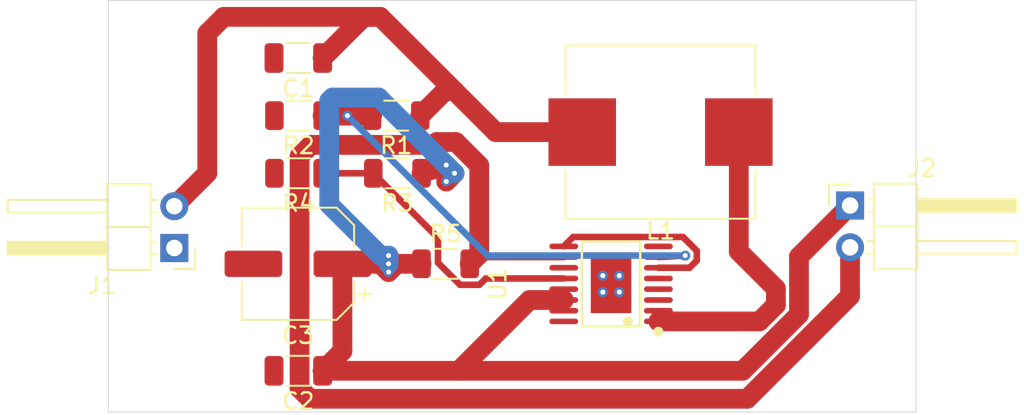
<source format=kicad_pcb>
(kicad_pcb (version 20240108) (generator "pcbnew") (generator_version "8.0")
  (layers (0 "F.Cu" signal) (31 "B.Cu" signal) (34 "B.Paste" user) (35 "F.Paste" user) (36 "B.SilkS" user "B.Silkscreen") (37 "F.SilkS" user "F.Silkscreen") (38 "B.Mask" user) (39 "F.Mask" user) (44 "Edge.Cuts" user))
  (net 0 "")
  (net 1 "VBat")
  (net 2 "GND")
  (net 3 "+5V")
  (net 4 "Net-(L1-Pad1)")
  (net 5 "Net-(U1-LBI)")
  (net 6 "Net-(U1-FB)")
  (net 8 "Net-(J2-Pin_2)")
  (footprint "Connector_PinHeader_2.54mm:PinHeader_1x02_P2.54mm_Horizontal" (layer "F.Cu") (at 144 79.96)
    (property "Reference" "J2" (at 4.385 -2.27 360) (layer "F.SilkS"))
    (property "Value" "Conn_01x02")
    (fp_line (start -1.27 -1.27) (end 0 -1.27) (stroke (width 0.12)) (layer "F.SilkS"))
    (fp_line (start -1.27 0) (end -1.27 -1.27) (stroke (width 0.12)) (layer "F.SilkS"))
    (fp_line (start 1.042929 2.16) (end 1.44 2.16) (stroke (width 0.12)) (layer "F.SilkS"))
    (fp_line (start 1.042929 2.92) (end 1.44 2.92) (stroke (width 0.12)) (layer "F.SilkS"))
    (fp_line (start 1.11 -0.38) (end 1.44 -0.38) (stroke (width 0.12)) (layer "F.SilkS"))
    (fp_line (start 1.11 0.38) (end 1.44 0.38) (stroke (width 0.12)) (layer "F.SilkS"))
    (fp_line (start 1.44 -1.33) (end 1.44 3.87) (stroke (width 0.12)) (layer "F.SilkS"))
    (fp_line (start 1.44 1.27) (end 4.1 1.27) (stroke (width 0.12)) (layer "F.SilkS"))
    (fp_line (start 1.44 3.87) (end 4.1 3.87) (stroke (width 0.12)) (layer "F.SilkS"))
    (fp_line (start 4.1 -1.33) (end 1.44 -1.33) (stroke (width 0.12)) (layer "F.SilkS"))
    (fp_line (start 4.1 -0.38) (end 10.1 -0.38) (stroke (width 0.12)) (layer "F.SilkS"))
    (fp_line (start 4.1 -0.32) (end 10.1 -0.32) (stroke (width 0.12)) (layer "F.SilkS"))
    (fp_line (start 4.1 -0.2) (end 10.1 -0.2) (stroke (width 0.12)) (layer "F.SilkS"))
    (fp_line (start 4.1 -0.08) (end 10.1 -0.08) (stroke (width 0.12)) (layer "F.SilkS"))
    (fp_line (start 4.1 0.04) (end 10.1 0.04) (stroke (width 0.12)) (layer "F.SilkS"))
    (fp_line (start 4.1 0.16) (end 10.1 0.16) (stroke (width 0.12)) (layer "F.SilkS"))
    (fp_line (start 4.1 0.28) (end 10.1 0.28) (stroke (width 0.12)) (layer "F.SilkS"))
    (fp_line (start 4.1 2.16) (end 10.1 2.16) (stroke (width 0.12)) (layer "F.SilkS"))
    (fp_line (start 4.1 3.87) (end 4.1 -1.33) (stroke (width 0.12)) (layer "F.SilkS"))
    (fp_line (start 10.1 -0.38) (end 10.1 0.38) (stroke (width 0.12)) (layer "F.SilkS"))
    (fp_line (start 10.1 0.38) (end 4.1 0.38) (stroke (width 0.12)) (layer "F.SilkS"))
    (fp_line (start 10.1 2.16) (end 10.1 2.92) (stroke (width 0.12)) (layer "F.SilkS"))
    (fp_line (start 10.1 2.92) (end 4.1 2.92) (stroke (width 0.12)) (layer "F.SilkS"))
    (pad "1" thru_hole rect (at 0 0) (size 1.7 1.7) (drill 1) (layers "*.Cu" "*.Mask") (net 3 "+5V"))
    (pad "2" thru_hole oval (at 0 2.54) (size 1.7 1.7) (drill 1) (layers "*.Cu" "*.Mask") (net 8 "Net-(J2-Pin_2)"))
  )
  (footprint "Resistor_SMD:R_1206_3216Metric" (layer "F.Cu") (at 116.4625 74.5 180)
    (property "Reference" "R1" (at 0 -1.82 360) (layer "F.SilkS"))
    (property "Value" "1M95")
    (fp_line (start -0.727064 0.91) (end 0.727064 0.91) (stroke (width 0.12)) (layer "F.SilkS"))
    (fp_line (start -0.727064 -0.91) (end 0.727064 -0.91) (stroke (width 0.12)) (layer "F.SilkS"))
    (pad "1" smd roundrect (at -1.4625 0 180) (size 1.125 1.75) (layers "F.Cu" "F.Paste" "F.Mask") (roundrect_rratio 0.222222) (net 1 "VBat"))
    (pad "2" smd roundrect (at 1.4625 0 180) (size 1.125 1.75) (layers "F.Cu" "F.Paste" "F.Mask") (roundrect_rratio 0.222222) (net 5 "Net-(U1-LBI)"))
  )
  (footprint "Resistor_SMD:R_1206_3216Metric" (layer "F.Cu") (at 116.5375 78 180)
    (property "Reference" "R3" (at 0 -1.82 360) (layer "F.SilkS"))
    (property "Value" "1M62")
    (fp_line (start -0.727064 0.91) (end 0.727064 0.91) (stroke (width 0.12)) (layer "F.SilkS"))
    (fp_line (start -0.727064 -0.91) (end 0.727064 -0.91) (stroke (width 0.12)) (layer "F.SilkS"))
    (pad "1" smd roundrect (at -1.4625 0 180) (size 1.125 1.75) (layers "F.Cu" "F.Paste" "F.Mask") (roundrect_rratio 0.222222) (net 3 "+5V"))
    (pad "2" smd roundrect (at 1.4625 0 180) (size 1.125 1.75) (layers "F.Cu" "F.Paste" "F.Mask") (roundrect_rratio 0.222222) (net 6 "Net-(U1-FB)"))
  )
  (footprint "Resistor_SMD:R_1206_3216Metric" (layer "F.Cu") (at 110.5375 74.5 180)
    (property "Reference" "R2" (at 0 -1.82 360) (layer "F.SilkS"))
    (property "Value" "390k")
    (fp_line (start -0.727064 0.91) (end 0.727064 0.91) (stroke (width 0.12)) (layer "F.SilkS"))
    (fp_line (start -0.727064 -0.91) (end 0.727064 -0.91) (stroke (width 0.12)) (layer "F.SilkS"))
    (pad "1" smd roundrect (at -1.4625 0 180) (size 1.125 1.75) (layers "F.Cu" "F.Paste" "F.Mask") (roundrect_rratio 0.222222) (net 5 "Net-(U1-LBI)"))
    (pad "2" smd roundrect (at 1.4625 0 180) (size 1.125 1.75) (layers "F.Cu" "F.Paste" "F.Mask") (roundrect_rratio 0.222222) (net 2 "GND"))
  )
  (footprint "Connector_PinHeader_2.54mm:PinHeader_1x02_P2.54mm_Horizontal" (layer "F.Cu") (at 103 82.54 180)
    (property "Reference" "J1" (at 4.385 -2.27 360) (layer "F.SilkS"))
    (property "Value" "Conn_01x02")
    (fp_line (start 10.1 2.92) (end 4.1 2.92) (stroke (width 0.12)) (layer "F.SilkS"))
    (fp_line (start 10.1 2.16) (end 10.1 2.92) (stroke (width 0.12)) (layer "F.SilkS"))
    (fp_line (start 10.1 0.38) (end 4.1 0.38) (stroke (width 0.12)) (layer "F.SilkS"))
    (fp_line (start 10.1 -0.38) (end 10.1 0.38) (stroke (width 0.12)) (layer "F.SilkS"))
    (fp_line (start 4.1 3.87) (end 4.1 -1.33) (stroke (width 0.12)) (layer "F.SilkS"))
    (fp_line (start 4.1 2.16) (end 10.1 2.16) (stroke (width 0.12)) (layer "F.SilkS"))
    (fp_line (start 4.1 0.28) (end 10.1 0.28) (stroke (width 0.12)) (layer "F.SilkS"))
    (fp_line (start 4.1 0.16) (end 10.1 0.16) (stroke (width 0.12)) (layer "F.SilkS"))
    (fp_line (start 4.1 0.04) (end 10.1 0.04) (stroke (width 0.12)) (layer "F.SilkS"))
    (fp_line (start 4.1 -0.08) (end 10.1 -0.08) (stroke (width 0.12)) (layer "F.SilkS"))
    (fp_line (start 4.1 -0.2) (end 10.1 -0.2) (stroke (width 0.12)) (layer "F.SilkS"))
    (fp_line (start 4.1 -0.32) (end 10.1 -0.32) (stroke (width 0.12)) (layer "F.SilkS"))
    (fp_line (start 4.1 -0.38) (end 10.1 -0.38) (stroke (width 0.12)) (layer "F.SilkS"))
    (fp_line (start 4.1 -1.33) (end 1.44 -1.33) (stroke (width 0.12)) (layer "F.SilkS"))
    (fp_line (start 1.44 3.87) (end 4.1 3.87) (stroke (width 0.12)) (layer "F.SilkS"))
    (fp_line (start 1.44 1.27) (end 4.1 1.27) (stroke (width 0.12)) (layer "F.SilkS"))
    (fp_line (start 1.44 -1.33) (end 1.44 3.87) (stroke (width 0.12)) (layer "F.SilkS"))
    (fp_line (start 1.11 0.38) (end 1.44 0.38) (stroke (width 0.12)) (layer "F.SilkS"))
    (fp_line (start 1.11 -0.38) (end 1.44 -0.38) (stroke (width 0.12)) (layer "F.SilkS"))
    (fp_line (start 1.042929 2.92) (end 1.44 2.92) (stroke (width 0.12)) (layer "F.SilkS"))
    (fp_line (start 1.042929 2.16) (end 1.44 2.16) (stroke (width 0.12)) (layer "F.SilkS"))
    (fp_line (start -1.27 0) (end -1.27 -1.27) (stroke (width 0.12)) (layer "F.SilkS"))
    (fp_line (start -1.27 -1.27) (end 0 -1.27) (stroke (width 0.12)) (layer "F.SilkS"))
    (pad "1" thru_hole rect (at 0 0 180) (size 1.7 1.7) (drill 1) (layers "*.Cu" "*.Mask") (net 2 "GND"))
    (pad "2" thru_hole oval (at 0 2.54 180) (size 1.7 1.7) (drill 1) (layers "*.Cu" "*.Mask") (net 1 "VBat"))
  )
  (footprint "Inductor_SMD:L_Sunlord_MWSA1004S" (layer "F.Cu") (at 132.5 75.5 180)
    (property "Reference" "L1" (at 0 -6 360) (layer "F.SilkS"))
    (property "Value" "6.8uH")
    (fp_line (start 5.76 5.26) (end 5.76 2.31) (stroke (width 0.12)) (layer "F.SilkS"))
    (fp_line (start 5.76 -5.26) (end 5.76 -2.31) (stroke (width 0.12)) (layer "F.SilkS"))
    (fp_line (start -5.76 5.26) (end 5.76 5.26) (stroke (width 0.12)) (layer "F.SilkS"))
    (fp_line (start -5.76 5.26) (end -5.76 2.31) (stroke (width 0.12)) (layer "F.SilkS"))
    (fp_line (start -5.76 -5.26) (end 5.76 -5.26) (stroke (width 0.12)) (layer "F.SilkS"))
    (fp_line (start -5.76 -5.26) (end -5.76 -2.31) (stroke (width 0.12)) (layer "F.SilkS"))
    (pad "1" smd rect (at -4.75 0 180) (size 4.1 4.1) (layers "F.Cu" "F.Paste" "F.Mask") (net 4 "Net-(L1-Pad1)"))
    (pad "2" smd rect (at 4.75 0 180) (size 4.1 4.1) (layers "F.Cu" "F.Paste" "F.Mask") (net 1 "VBat"))
  )
  (footprint "easyeda2kicad:HTSSOP-16_L5.0-W4.4-P0.65-LS6.4-BL-EP" (layer "F.Cu") (at 129.5 84.72 90)
    (property "Reference" "U1" (at 0 -6.87 90) (layer "F.SilkS"))
    (property "Value" "TPS61032PWPR")
    (fp_line (start 2.58 -1.77) (end 2.58 1.77) (stroke (width 0.15)) (layer "F.SilkS"))
    (fp_line (start -2.58 -1.77) (end 2.58 -1.77) (stroke (width 0.15)) (layer "F.SilkS"))
    (fp_line (start 2.58 1.77) (end -2.58 1.77) (stroke (width 0.15)) (layer "F.SilkS"))
    (fp_line (start -2.58 1.77) (end -2.58 -1.77) (stroke (width 0.15)) (layer "F.SilkS"))
    (fp_circle (center -2.28 1.02) (end -2.13 1.02) (stroke (width 0.3)) (fill none) (layer "F.SilkS"))
    (fp_circle (center -2.9 2.87) (end -2.75 2.87) (stroke (width 0.3)) (fill none) (layer "F.SilkS"))
    (pad "" thru_hole circle (at -0.5 -0.5 90) (size 0.61 0.61) (drill 0.3) (layers "*.Cu" "*.Paste" "*.Mask"))
    (pad "" thru_hole circle (at -0.5 0.5 90) (size 0.61 0.61) (drill 0.3) (layers "*.Cu" "*.Paste" "*.Mask"))
    (pad "" thru_hole circle (at 0.5 -0.5 90) (size 0.61 0.61) (drill 0.3) (layers "*.Cu" "*.Paste" "*.Mask"))
    (pad "" thru_hole circle (at 0.5 0.5 90) (size 0.61 0.61) (drill 0.3) (layers "*.Cu" "*.Paste" "*.Mask"))
    (pad "1" smd oval (at -2.28 2.87 90) (size 0.34 1.75) (layers "F.Cu" "F.Paste" "F.Mask") (net 4 "Net-(L1-Pad1)"))
    (pad "2" smd oval (at -1.63 2.87 90) (size 0.34 1.75) (layers "F.Cu" "F.Paste" "F.Mask") (net 4 "Net-(L1-Pad1)"))
    (pad "3" smd oval (at -0.98 2.87 90) (size 0.34 1.75) (layers "F.Cu" "F.Paste" "F.Mask") (net 2 "GND"))
    (pad "4" smd oval (at -0.32 2.87 90) (size 0.34 1.75) (layers "F.Cu" "F.Paste" "F.Mask") (net 2 "GND"))
    (pad "5" smd oval (at 0.33 2.87 90) (size 0.34 1.75) (layers "F.Cu" "F.Paste" "F.Mask") (net 2 "GND"))
    (pad "6" smd oval (at 0.98 2.87 90) (size 0.34 1.75) (layers "F.Cu" "F.Paste" "F.Mask") (net 1 "VBat"))
    (pad "7" smd oval (at 1.63 2.87 90) (size 0.34 1.75) (layers "F.Cu" "F.Paste" "F.Mask") (net 5 "Net-(U1-LBI)"))
    (pad "8" smd oval (at 2.28 2.87 90) (size 0.34 1.75) (layers "F.Cu" "F.Paste" "F.Mask") (net 2 "GND"))
    (pad "9" smd oval (at 2.28 -2.87 90) (size 0.34 1.75) (layers "F.Cu" "F.Paste" "F.Mask") (net 1 "VBat"))
    (pad "10" smd oval (at 1.63 -2.87 90) (size 0.34 1.75) (layers "F.Cu" "F.Paste" "F.Mask") (net 8 "Net-(J2-Pin_2)"))
    (pad "11" smd oval (at 0.98 -2.87 90) (size 0.34 1.75) (layers "F.Cu" "F.Paste" "F.Mask") (net 2 "GND"))
    (pad "12" smd oval (at 0.33 -2.87 90) (size 0.34 1.75) (layers "F.Cu" "F.Paste" "F.Mask") (net 6 "Net-(U1-FB)"))
    (pad "13" smd oval (at -0.32 -2.87 90) (size 0.34 1.75) (layers "F.Cu" "F.Paste" "F.Mask") (net 3 "+5V"))
    (pad "14" smd oval (at -0.98 -2.87 90) (size 0.34 1.75) (layers "F.Cu" "F.Paste" "F.Mask") (net 3 "+5V"))
    (pad "15" smd oval (at -1.63 -2.87 90) (size 0.34 1.75) (layers "F.Cu" "F.Paste" "F.Mask") (net 3 "+5V"))
    (pad "16" smd oval (at -2.28 -2.87 90) (size 0.34 1.75) (layers "F.Cu" "F.Paste" "F.Mask"))
    (pad "17" smd rect (at 0 0 90) (size 3.55 2.46) (layers "F.Cu" "F.Paste" "F.Mask") (net 2 "GND"))
  )
  (footprint "Capacitor_SMD:CP_Elec_6.3x7.7" (layer "F.Cu") (at 110.5 83.5 180)
    (property "Reference" "C3" (at 0 -4.35 360) (layer "F.SilkS"))
    (property "Value" "220uF")
    (fp_line (start 3.41 3.41) (end 3.41 1.06) (stroke (width 0.12)) (layer "F.SilkS"))
    (fp_line (start 3.41 -3.41) (end 3.41 -1.06) (stroke (width 0.12)) (layer "F.SilkS"))
    (fp_line (start -2.345563 3.41) (end 3.41 3.41) (stroke (width 0.12)) (layer "F.SilkS"))
    (fp_line (start -2.345563 -3.41) (end 3.41 -3.41) (stroke (width 0.12)) (layer "F.SilkS"))
    (fp_line (start -3.41 2.345563) (end -2.345563 3.41) (stroke (width 0.12)) (layer "F.SilkS"))
    (fp_line (start -3.41 2.345563) (end -3.41 1.06) (stroke (width 0.12)) (layer "F.SilkS"))
    (fp_line (start -3.41 -2.345563) (end -2.345563 -3.41) (stroke (width 0.12)) (layer "F.SilkS"))
    (fp_line (start -3.41 -2.345563) (end -3.41 -1.06) (stroke (width 0.12)) (layer "F.SilkS"))
    (fp_line (start -4.04375 -2.24125) (end -4.04375 -1.45375) (stroke (width 0.12)) (layer "F.SilkS"))
    (fp_line (start -4.4375 -1.8475) (end -3.65 -1.8475) (stroke (width 0.12)) (layer "F.SilkS"))
    (pad "1" smd roundrect (at -2.7 0 180) (size 3.5 1.6) (layers "F.Cu" "F.Paste" "F.Mask") (roundrect_rratio 0.15625) (net 3 "+5V"))
    (pad "2" smd roundrect (at 2.7 0 180) (size 3.5 1.6) (layers "F.Cu" "F.Paste" "F.Mask") (roundrect_rratio 0.15625) (net 2 "GND"))
  )
  (footprint "Resistor_SMD:R_1206_3216Metric" (layer "F.Cu") (at 110.5375 78 180)
    (property "Reference" "R4" (at 0 -1.82 360) (layer "F.SilkS"))
    (property "Value" "180k")
    (fp_line (start -0.727064 0.91) (end 0.727064 0.91) (stroke (width 0.12)) (layer "F.SilkS"))
    (fp_line (start -0.727064 -0.91) (end 0.727064 -0.91) (stroke (width 0.12)) (layer "F.SilkS"))
    (pad "1" smd roundrect (at -1.4625 0 180) (size 1.125 1.75) (layers "F.Cu" "F.Paste" "F.Mask") (roundrect_rratio 0.222222) (net 6 "Net-(U1-FB)"))
    (pad "2" smd roundrect (at 1.4625 0 180) (size 1.125 1.75) (layers "F.Cu" "F.Paste" "F.Mask") (roundrect_rratio 0.222222) (net 2 "GND"))
  )
  (footprint "Capacitor_SMD:C_1206_3216Metric" (layer "F.Cu") (at 110.525 90 180)
    (property "Reference" "C2" (at 0 -1.85 360) (layer "F.SilkS"))
    (property "Value" "2.2uF")
    (fp_line (start -0.711252 0.91) (end 0.711252 0.91) (stroke (width 0.12)) (layer "F.SilkS"))
    (fp_line (start -0.711252 -0.91) (end 0.711252 -0.91) (stroke (width 0.12)) (layer "F.SilkS"))
    (pad "1" smd roundrect (at -1.475 0 180) (size 1.15 1.8) (layers "F.Cu" "F.Paste" "F.Mask") (roundrect_rratio 0.217391) (net 3 "+5V"))
    (pad "2" smd roundrect (at 1.475 0 180) (size 1.15 1.8) (layers "F.Cu" "F.Paste" "F.Mask") (roundrect_rratio 0.217391) (net 2 "GND"))
  )
  (footprint "Resistor_SMD:R_1206_3216Metric" (layer "F.Cu") (at 119.4625 83.5)
    (property "Reference" "R5" (at 0 -1.82 0) (layer "F.SilkS"))
    (property "Value" "R")
    (fp_line (start -0.727064 -0.91) (end 0.727064 -0.91) (stroke (width 0.12)) (layer "F.SilkS"))
    (fp_line (start -0.727064 0.91) (end 0.727064 0.91) (stroke (width 0.12)) (layer "F.SilkS"))
    (pad "1" smd roundrect (at -1.4625 0) (size 1.125 1.75) (layers "F.Cu" "F.Paste" "F.Mask") (roundrect_rratio 0.222222) (net 3 "+5V"))
    (pad "2" smd roundrect (at 1.4625 0) (size 1.125 1.75) (layers "F.Cu" "F.Paste" "F.Mask") (roundrect_rratio 0.222222) (net 8 "Net-(J2-Pin_2)"))
  )
  (footprint "Capacitor_SMD:C_1206_3216Metric" (layer "F.Cu") (at 110.525 71 180)
    (property "Reference" "C1" (at 0 -1.85 360) (layer "F.SilkS"))
    (property "Value" "10uF")
    (fp_line (start -0.711252 0.91) (end 0.711252 0.91) (stroke (width 0.12)) (layer "F.SilkS"))
    (fp_line (start -0.711252 -0.91) (end 0.711252 -0.91) (stroke (width 0.12)) (layer "F.SilkS"))
    (pad "1" smd roundrect (at -1.475 0 180) (size 1.15 1.8) (layers "F.Cu" "F.Paste" "F.Mask") (roundrect_rratio 0.217391) (net 1 "VBat"))
    (pad "2" smd roundrect (at 1.475 0 180) (size 1.15 1.8) (layers "F.Cu" "F.Paste" "F.Mask") (roundrect_rratio 0.217391) (net 2 "GND"))
  )
  (gr_rect (start 99 67.5) (end 148 92.5) (stroke (width 0.05)) (fill none) (layer "Edge.Cuts"))
  (segment (start 115.5 68.5) (end 120 73) (width 1.2) (layer "F.Cu") (net 1))
  (segment (start 119.425 73) (end 120 73) (width 1.2) (layer "F.Cu") (net 1))
  (segment (start 115 68.5) (end 115.5 68.5) (width 1.2) (layer "F.Cu") (net 1))
  (segment (start 105 69.5) (end 106 68.5) (width 1.2) (layer "F.Cu") (net 1))
  (segment (start 117.925 74.5) (end 119.425 73) (width 1.2) (layer "F.Cu") (net 1))
  (segment (start 127.2 81.87) (end 133.85995 81.87) (width 0.4) (layer "F.Cu") (net 1))
  (segment (start 134.7 83.3) (end 134.26 83.74) (width 0.4) (layer "F.Cu") (net 1))
  (segment (start 114.5 68.5) (end 115 68.5) (width 1.2) (layer "F.Cu") (net 1))
  (segment (start 126.63 82.44) (end 127.2 81.87) (width 0.4) (layer "F.Cu") (net 1))
  (segment (start 120 73) (end 122.5 75.5) (width 1.2) (layer "F.Cu") (net 1))
  (segment (start 105 78) (end 105 69.5) (width 1.2) (layer "F.Cu") (net 1))
  (segment (start 112 71) (end 114.5 68.5) (width 1.2) (layer "F.Cu") (net 1))
  (segment (start 134.7 82.71005) (end 134.7 83.3) (width 0.4) (layer "F.Cu") (net 1))
  (segment (start 134.26 83.74) (end 132.37 83.74) (width 0.4) (layer "F.Cu") (net 1))
  (segment (start 133.85995 81.87) (end 134.7 82.71005) (width 0.4) (layer "F.Cu") (net 1))
  (segment (start 103 80) (end 105 78) (width 1.2) (layer "F.Cu") (net 1))
  (segment (start 106 68.5) (end 115 68.5) (width 1.2) (layer "F.Cu") (net 1))
  (segment (start 122.5 75.5) (end 127.75 75.5) (width 1.2) (layer "F.Cu") (net 1))
  (segment (start 119.5 77.5) (end 119.5 78.5) (width 1.2) (layer "F.Cu") (net 3))
  (segment (start 116 84) (end 115.5 83.5) (width 1.2) (layer "F.Cu") (net 3))
  (segment (start 113.2 83.5) (end 113.2 88.8) (width 1.2) (layer "F.Cu") (net 3))
  (segment (start 118 83.5) (end 116.5 83.5) (width 1.2) (layer "F.Cu") (net 3))
  (segment (start 140.9 86.579899) (end 137.479899 90) (width 1.2) (layer "F.Cu") (net 3))
  (segment (start 140.9 83.06) (end 140.9 86.579899) (width 1.2) (layer "F.Cu") (net 3))
  (segment (start 144 79.96) (end 140.9 83.06) (width 1.2) (layer "F.Cu") (net 3))
  (segment (start 116.5 83.5) (end 116 84) (width 1.2) (layer "F.Cu") (net 3))
  (segment (start 120.255 90) (end 112 90) (width 1.2) (layer "F.Cu") (net 3))
  (segment (start 126.63 85.7) (end 124.555 85.7) (width 1.2) (layer "F.Cu") (net 3))
  (segment (start 118 78) (end 119.5 77.5) (width 1.2) (layer "F.Cu") (net 3))
  (segment (start 124.555 85.7) (end 120.255 90) (width 1.2) (layer "F.Cu") (net 3))
  (segment (start 115.5 83.5) (end 113.2 83.5) (width 1.2) (layer "F.Cu") (net 3))
  (segment (start 137.479899 90) (end 120.255 90) (width 1.2) (layer "F.Cu") (net 3))
  (segment (start 113.2 88.8) (end 112 90) (width 1.2) (layer "F.Cu") (net 3))
  (segment (start 119.5 78.5) (end 120 78) (width 1.2) (layer "F.Cu") (net 3))
  (segment (start 120 78) (end 119.5 78) (width 1.2) (layer "F.Cu") (net 3))
  (via (at 119.5 77.5) (size 0.6) (drill 0.3) (layers "F.Cu" "B.Cu") (net 3))
  (via (at 116 84) (size 0.6) (drill 0.3) (layers "F.Cu" "B.Cu") (net 3))
  (via (at 119.5 78.5) (size 0.6) (drill 0.3) (layers "F.Cu" "B.Cu") (net 3))
  (via (at 116 83) (size 0.6) (drill 0.3) (layers "F.Cu" "B.Cu") (net 3))
  (via (at 120 78) (size 0.6) (drill 0.3) (layers "F.Cu" "B.Cu") (net 3))
  (via (at 116 83.5) (size 0.6) (drill 0.3) (layers "F.Cu" "B.Cu") (net 3))
  (segment (start 112.6 73.4) (end 112.4 73.6) (width 1.2) (layer "B.Cu") (net 3))
  (segment (start 115.4 73.4) (end 112.6 73.4) (width 1.2) (layer "B.Cu") (net 3))
  (segment (start 112.4 73.6) (end 112.4 79.9) (width 1.2) (layer "B.Cu") (net 3))
  (segment (start 116 83) (end 116 83.5) (width 1.2) (layer "B.Cu") (net 3))
  (segment (start 116 83.5) (end 116 83.5) (width 1.2) (layer "B.Cu") (net 3))
  (segment (start 120 78) (end 115.4 73.4) (width 1.2) (layer "B.Cu") (net 3))
  (segment (start 112.4 79.9) (end 115.5 83) (width 1.2) (layer "B.Cu") (net 3))
  (segment (start 115.5 83) (end 116 83) (width 1.2) (layer "B.Cu") (net 3))
  (segment (start 137.25 82.75) (end 137.25 75.5) (width 1.2) (layer "F.Cu") (net 4))
  (segment (start 139.5 85) (end 137.25 82.75) (width 1.2) (layer "F.Cu") (net 4))
  (segment (start 138.5 87) (end 139.5 86) (width 1.2) (layer "F.Cu") (net 4))
  (segment (start 139.5 86) (end 139.5 85) (width 1.2) (layer "F.Cu") (net 4))
  (segment (start 132.37 87) (end 138.5 87) (width 1.2) (layer "F.Cu") (net 4))
  (segment (start 132.37 83.09) (end 134 83) (width 0.4) (layer "F.Cu") (net 5))
  (segment (start 112 74.5) (end 115 74.5) (width 1.2) (layer "F.Cu") (net 5))
  (segment (start 134 83) (end 133.91 83.09) (width 0.4) (layer "F.Cu") (net 5))
  (via (at 134 83) (size 0.6) (drill 0.3) (layers "F.Cu" "B.Cu") (net 5))
  (via (at 113.5 74.5) (size 0.6) (drill 0.3) (layers "F.Cu" "B.Cu") (net 5))
  (segment (start 134 83) (end 122 83) (width 0.4) (layer "B.Cu") (net 5))
  (segment (start 122 83) (end 113.5 74.5) (width 0.4) (layer "B.Cu") (net 5))
  (segment (start 119 81.925) (end 115.075 78) (width 0.4) (layer "F.Cu") (net 6))
  (segment (start 115.075 78) (end 112 78) (width 0.4) (layer "F.Cu") (net 6))
  (segment (start 121.513666 84.775) (end 120.336334 84.775) (width 0.4) (layer "F.Cu") (net 6))
  (segment (start 126.63 84.39) (end 121.898666 84.39) (width 0.4) (layer "F.Cu") (net 6))
  (segment (start 120.336334 84.775) (end 119 83.438666) (width 0.4) (layer "F.Cu") (net 6))
  (segment (start 119 83.438666) (end 119 81.925) (width 0.4) (layer "F.Cu") (net 6))
  (segment (start 121.898666 84.39) (end 121.513666 84.775) (width 0.4) (layer "F.Cu") (net 6))
  (segment (start 126.63 83.09) (end 121.335 83.09) (width 0.4) (layer "F.Cu") (net 8))
  (segment (start 111.233148 91.7) (end 110.6 91.066852) (width 1.2) (layer "F.Cu") (net 8))
  (segment (start 118.920101 76.1) (end 120.079899 76.1) (width 1.2) (layer "F.Cu") (net 8))
  (segment (start 120.079899 76.1) (end 121.5 77.520101) (width 1.2) (layer "F.Cu") (net 8))
  (segment (start 144 82.5) (end 144 85.459798) (width 1.2) (layer "F.Cu") (net 8))
  (segment (start 121.5 82.925) (end 120.925 83.5) (width 1.2) (layer "F.Cu") (net 8))
  (segment (start 110.6 91.066852) (end 110.6 76.970648) (width 1.2) (layer "F.Cu") (net 8))
  (segment (start 121.335 83.09) (end 120.925 83.5) (width 0.4) (layer "F.Cu") (net 8))
  (segment (start 144 85.459798) (end 137.759798 91.7) (width 1.2) (layer "F.Cu") (net 8))
  (segment (start 111.294294 76.276354) (end 118.743747 76.276354) (width 1.2) (layer "F.Cu") (net 8))
  (segment (start 118.743747 76.276354) (end 118.920101 76.1) (width 1.2) (layer "F.Cu") (net 8))
  (segment (start 110.6 76.970648) (end 111.294294 76.276354) (width 1.2) (layer "F.Cu") (net 8))
  (segment (start 121.5 77.520101) (end 121.5 82.925) (width 1.2) (layer "F.Cu") (net 8))
  (segment (start 137.759798 91.7) (end 111.233148 91.7) (width 1.2) (layer "F.Cu") (net 8))
)
</source>
